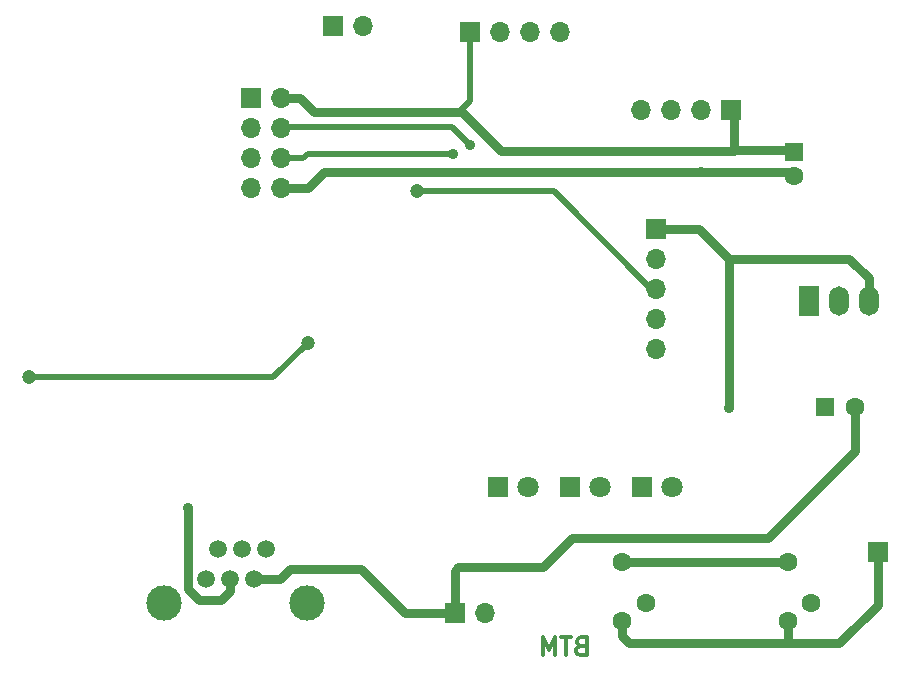
<source format=gbr>
G04 #@! TF.FileFunction,Copper,L2,Bot,Signal*
%FSLAX46Y46*%
G04 Gerber Fmt 4.6, Leading zero omitted, Abs format (unit mm)*
G04 Created by KiCad (PCBNEW 4.0.7) date 07/17/19 22:20:44*
%MOMM*%
%LPD*%
G01*
G04 APERTURE LIST*
%ADD10C,0.100000*%
%ADD11C,0.300000*%
%ADD12R,1.700000X1.700000*%
%ADD13O,1.700000X1.700000*%
%ADD14R,1.600000X1.600000*%
%ADD15C,1.600000*%
%ADD16R,1.700000X2.500000*%
%ADD17O,1.700000X2.500000*%
%ADD18R,1.800000X1.800000*%
%ADD19C,1.800000*%
%ADD20C,1.520000*%
%ADD21C,3.000000*%
%ADD22C,0.900000*%
%ADD23C,1.200000*%
%ADD24C,0.800000*%
%ADD25C,0.500000*%
G04 APERTURE END LIST*
D10*
D11*
X133210928Y-162706857D02*
X132996642Y-162778286D01*
X132925214Y-162849714D01*
X132853785Y-162992571D01*
X132853785Y-163206857D01*
X132925214Y-163349714D01*
X132996642Y-163421143D01*
X133139500Y-163492571D01*
X133710928Y-163492571D01*
X133710928Y-161992571D01*
X133210928Y-161992571D01*
X133068071Y-162064000D01*
X132996642Y-162135429D01*
X132925214Y-162278286D01*
X132925214Y-162421143D01*
X132996642Y-162564000D01*
X133068071Y-162635429D01*
X133210928Y-162706857D01*
X133710928Y-162706857D01*
X132425214Y-161992571D02*
X131568071Y-161992571D01*
X131996642Y-163492571D02*
X131996642Y-161992571D01*
X131068071Y-163492571D02*
X131068071Y-161992571D01*
X130568071Y-163064000D01*
X130068071Y-161992571D01*
X130068071Y-163492571D01*
D12*
X105283000Y-116332000D03*
D13*
X107823000Y-116332000D03*
X105283000Y-118872000D03*
X107823000Y-118872000D03*
X105283000Y-121412000D03*
X107823000Y-121412000D03*
X105283000Y-123952000D03*
X107823000Y-123952000D03*
D12*
X139573000Y-127381000D03*
D13*
X139573000Y-129921000D03*
X139573000Y-132461000D03*
X139573000Y-135001000D03*
X139573000Y-137541000D03*
D14*
X153924000Y-142494000D03*
D15*
X156424000Y-142494000D03*
D14*
X151320500Y-120904000D03*
D15*
X151320500Y-122904000D03*
D12*
X145923000Y-117348000D03*
D13*
X143383000Y-117348000D03*
X140843000Y-117348000D03*
X138303000Y-117348000D03*
D12*
X123825000Y-110744000D03*
D13*
X126365000Y-110744000D03*
X128905000Y-110744000D03*
X131445000Y-110744000D03*
D12*
X112268000Y-110236000D03*
D13*
X114808000Y-110236000D03*
D12*
X122555000Y-159956500D03*
D13*
X125095000Y-159956500D03*
D16*
X152527000Y-133477000D03*
D17*
X155067000Y-133477000D03*
X157607000Y-133477000D03*
D15*
X150741000Y-155567000D03*
X150741000Y-160567000D03*
X152741000Y-159067000D03*
X136707500Y-155567000D03*
X136707500Y-160567000D03*
X138707500Y-159067000D03*
D12*
X158369000Y-154749500D03*
D18*
X126238000Y-149225000D03*
D19*
X128778000Y-149225000D03*
D18*
X132334000Y-149225000D03*
D19*
X134874000Y-149225000D03*
D18*
X138430000Y-149225000D03*
D19*
X140970000Y-149225000D03*
D20*
X104536500Y-154535500D03*
X102536500Y-154535500D03*
X106536500Y-154535500D03*
X101536500Y-157035500D03*
X103536500Y-157035500D03*
X105536500Y-157035500D03*
D21*
X110036500Y-159035500D03*
X97976500Y-159065500D03*
D22*
X143446500Y-122555000D03*
X99949000Y-151066500D03*
X145796000Y-142557500D03*
D23*
X119380000Y-124206000D03*
D22*
X123825000Y-120269000D03*
X122428000Y-121031000D03*
D23*
X110109000Y-137033000D03*
X86487000Y-139954000D03*
D24*
X105536500Y-157035500D02*
X107759500Y-157035500D01*
X118364000Y-159956500D02*
X122555000Y-159956500D01*
X114617500Y-156210000D02*
X118364000Y-159956500D01*
X108585000Y-156210000D02*
X114617500Y-156210000D01*
X107759500Y-157035500D02*
X108585000Y-156210000D01*
X150749000Y-162496500D02*
X150749000Y-160575000D01*
X150749000Y-160575000D02*
X150741000Y-160567000D01*
X136707500Y-160567000D02*
X136707500Y-161853500D01*
X158369000Y-159258000D02*
X158369000Y-154749500D01*
X155130500Y-162496500D02*
X158369000Y-159258000D01*
X137350500Y-162496500D02*
X150749000Y-162496500D01*
X150749000Y-162496500D02*
X155130500Y-162496500D01*
X136707500Y-161853500D02*
X137350500Y-162496500D01*
X150971500Y-122555000D02*
X146431000Y-122555000D01*
X144653000Y-122555000D02*
X143446500Y-122555000D01*
X146431000Y-122555000D02*
X144653000Y-122555000D01*
X150971500Y-122555000D02*
X151320500Y-122904000D01*
X122555000Y-159956500D02*
X122555000Y-156337000D01*
X122555000Y-156337000D02*
X122872500Y-156019500D01*
X136652000Y-153543000D02*
X135445500Y-153543000D01*
X135445500Y-153543000D02*
X132524500Y-153543000D01*
X132524500Y-153543000D02*
X130048000Y-156019500D01*
X130048000Y-156019500D02*
X122872500Y-156019500D01*
X145669000Y-153543000D02*
X136652000Y-153543000D01*
X136525000Y-122555000D02*
X111506000Y-122555000D01*
X143446500Y-122555000D02*
X142875000Y-122555000D01*
X107823000Y-123952000D02*
X110109000Y-123952000D01*
X111506000Y-122555000D02*
X110109000Y-123952000D01*
X142875000Y-122555000D02*
X136525000Y-122555000D01*
X146558000Y-153543000D02*
X145669000Y-153543000D01*
X156424000Y-146217000D02*
X156424000Y-142494000D01*
X149098000Y-153543000D02*
X156424000Y-146217000D01*
X146431000Y-153543000D02*
X146558000Y-153543000D01*
X146558000Y-153543000D02*
X149098000Y-153543000D01*
X103536500Y-157035500D02*
X103536500Y-158020000D01*
X99949000Y-157861000D02*
X99949000Y-151066500D01*
X100901500Y-158813500D02*
X99949000Y-157861000D01*
X102743000Y-158813500D02*
X100901500Y-158813500D01*
X103536500Y-158020000D02*
X102743000Y-158813500D01*
X139573000Y-127381000D02*
X143256000Y-127381000D01*
X143256000Y-127381000D02*
X145796000Y-129921000D01*
X146177000Y-120713500D02*
X151130000Y-120713500D01*
X151130000Y-120713500D02*
X151320500Y-120904000D01*
X145796000Y-142557500D02*
X145796000Y-129921000D01*
D25*
X123253500Y-117157500D02*
X122936000Y-117475000D01*
X123825000Y-110744000D02*
X123825000Y-116586000D01*
X123825000Y-116586000D02*
X123253500Y-117157500D01*
D24*
X146177000Y-120777000D02*
X146177000Y-120713500D01*
X146177000Y-120713500D02*
X146177000Y-117602000D01*
X146177000Y-117602000D02*
X145923000Y-117348000D01*
X109474000Y-116332000D02*
X110617000Y-117475000D01*
X110617000Y-117475000D02*
X122936000Y-117475000D01*
X122936000Y-117475000D02*
X123190000Y-117475000D01*
X123190000Y-117475000D02*
X126492000Y-120777000D01*
X126492000Y-120777000D02*
X146177000Y-120777000D01*
X107823000Y-116332000D02*
X109474000Y-116332000D01*
X157607000Y-131572000D02*
X157607000Y-133477000D01*
X145796000Y-129921000D02*
X155956000Y-129921000D01*
X155956000Y-129921000D02*
X157607000Y-131572000D01*
D25*
X119380000Y-124206000D02*
X130937000Y-124206000D01*
X139192000Y-132461000D02*
X130937000Y-124206000D01*
X139192000Y-132461000D02*
X139573000Y-132461000D01*
X107696000Y-118745000D02*
X107823000Y-118872000D01*
X122301000Y-118745000D02*
X107696000Y-118745000D01*
X123825000Y-120269000D02*
X122301000Y-118745000D01*
X109728000Y-121412000D02*
X107823000Y-121412000D01*
X110109000Y-121031000D02*
X109728000Y-121412000D01*
X111887000Y-121031000D02*
X110109000Y-121031000D01*
X122428000Y-121031000D02*
X111887000Y-121031000D01*
D24*
X150741000Y-155567000D02*
X136707500Y-155567000D01*
D25*
X107188000Y-139954000D02*
X86487000Y-139954000D01*
X110109000Y-137033000D02*
X107188000Y-139954000D01*
M02*

</source>
